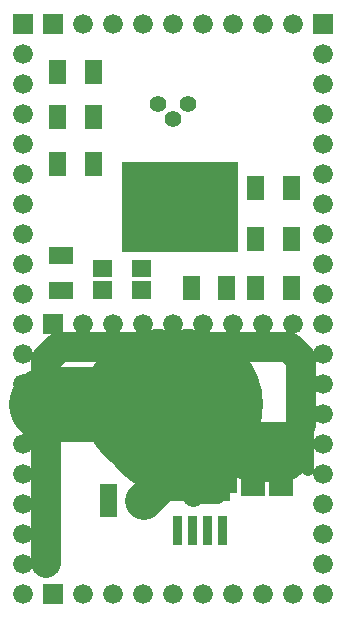
<source format=gbr>
G04 start of page 6 for group -4063 idx -4063 *
G04 Title: (unknown), componentmask *
G04 Creator: pcb 20140316 *
G04 CreationDate: Fri 08 May 2015 01:38:14 PM GMT UTC *
G04 For: fosse *
G04 Format: Gerber/RS-274X *
G04 PCB-Dimensions (mil): 1250.00 2150.00 *
G04 PCB-Coordinate-Origin: lower left *
%MOIN*%
%FSLAX25Y25*%
%LNTOPMASK*%
%ADD57C,0.2500*%
%ADD56R,0.3000X0.3000*%
%ADD55C,0.0750*%
%ADD54C,0.1250*%
%ADD53R,0.0300X0.0300*%
%ADD52R,0.1500X0.1500*%
%ADD51R,0.0950X0.0950*%
%ADD50C,0.0190*%
%ADD49C,0.0400*%
%ADD48C,0.2000*%
%ADD47C,0.1000*%
%ADD46R,0.0572X0.0572*%
%ADD45C,0.0560*%
%ADD44C,0.5000*%
%ADD43C,0.0001*%
%ADD42C,0.0660*%
G54D42*X10500Y125500D03*
Y115500D03*
Y105500D03*
Y95500D03*
Y85500D03*
G54D43*G36*
X17200Y108800D02*Y102200D01*
X23800D01*
Y108800D01*
X17200D01*
G37*
G54D42*X30500Y105500D03*
X110500Y155500D03*
Y145500D03*
Y135500D03*
Y125500D03*
Y115500D03*
Y105500D03*
Y95500D03*
Y85500D03*
Y75500D03*
Y65500D03*
Y55500D03*
Y45500D03*
Y35500D03*
Y25500D03*
Y15500D03*
X10500Y75500D03*
Y65500D03*
Y55500D03*
Y45500D03*
Y35500D03*
Y25500D03*
Y15500D03*
G54D43*G36*
X17200Y18800D02*Y12200D01*
X23800D01*
Y18800D01*
X17200D01*
G37*
G54D42*X40500Y105500D03*
X50500D03*
X60500D03*
X70500D03*
X80500D03*
X90500D03*
X100500D03*
X30500Y15500D03*
X40500D03*
X50500D03*
X60500D03*
X70500D03*
X80500D03*
X90500D03*
X100500D03*
G54D44*X55500Y79000D03*
X65500D03*
X60500Y74000D03*
G54D42*X10500Y175500D03*
Y165500D03*
Y155500D03*
Y145500D03*
G54D43*G36*
X7200Y208800D02*Y202200D01*
X13800D01*
Y208800D01*
X7200D01*
G37*
G54D42*X10500Y195500D03*
Y185500D03*
Y135500D03*
G54D43*G36*
X17200Y208800D02*Y202200D01*
X23800D01*
Y208800D01*
X17200D01*
G37*
G54D42*X30500Y205500D03*
G54D45*X55500Y179000D03*
X65500D03*
X60500Y174000D03*
G54D42*X40500Y205500D03*
X50500D03*
X60500D03*
X70500D03*
X80500D03*
X90500D03*
G54D43*G36*
X107200Y208800D02*Y202200D01*
X113800D01*
Y208800D01*
X107200D01*
G37*
G54D42*X110500Y195500D03*
Y185500D03*
Y175500D03*
Y165500D03*
X100500Y205500D03*
G54D46*X99905Y118681D02*Y116319D01*
G54D47*X99000Y98000D02*X103000Y94000D01*
G54D46*X78405Y118681D02*Y116319D01*
X88095Y135181D02*Y132819D01*
Y152181D02*Y149819D01*
X99905Y152181D02*Y149819D01*
X39095Y49505D02*Y43995D01*
X50905Y49505D02*Y43995D01*
X88095Y118681D02*Y116319D01*
X85819Y62914D02*X88181D01*
X85819Y51104D02*X88181D01*
X99905Y135181D02*Y132819D01*
X95319Y62905D02*X97681D01*
G54D47*X103000Y94000D02*Y72000D01*
G54D48*X87000Y62914D02*X96491D01*
G54D49*X103000Y72000D02*X105500Y69500D01*
G54D50*X83500Y55500D02*X101500D01*
G54D49*X105500Y69500D02*Y57000D01*
X60500Y74000D02*X67000Y61000D01*
X55500Y79000D02*X60500Y74000D01*
X65500Y79000D02*X86500Y62914D01*
X65500Y79000D02*X72000Y66000D01*
G54D51*X77000Y60500D02*Y54000D01*
G54D52*X72000Y60500D02*Y54000D01*
X67000Y60500D02*Y54000D01*
G54D53*X62000Y60500D02*Y54000D01*
G54D49*X67000Y61000D02*Y57500D01*
X72000Y66000D02*Y57500D01*
G54D46*X95319Y51095D02*X97681D01*
G54D53*X62000Y40000D02*Y33500D01*
X67000Y40000D02*Y33500D01*
X72000Y40000D02*Y33500D01*
X77000Y40000D02*Y33500D01*
G54D54*X50905Y46750D02*X60500Y56345D01*
G54D49*X67000Y48500D02*X68000Y47500D01*
G54D47*X60500Y58500D02*Y56345D01*
G54D55*X67000Y57250D02*Y48500D01*
G54D49*X68000Y47500D02*X75500D01*
G54D46*X22095Y175681D02*Y173319D01*
Y160181D02*Y157819D01*
X33905Y175681D02*Y173319D01*
Y190681D02*Y188319D01*
Y160181D02*Y157819D01*
X22095Y190681D02*Y188319D01*
G54D47*X18000Y93500D02*Y26000D01*
G54D46*X66595Y118681D02*Y116319D01*
X21819Y128500D02*X24181D01*
X21819Y116690D02*X24181D01*
X36607Y124043D02*X37393D01*
X36607Y116957D02*X37393D01*
X49607Y124043D02*X50393D01*
X49607Y116957D02*X50393D01*
G54D47*X22500Y98000D02*X99000D01*
X18000Y93500D02*X22500Y98000D01*
G54D56*X58500Y144500D02*X67000D01*
G54D57*X18000Y79000D02*X55500D01*
M02*

</source>
